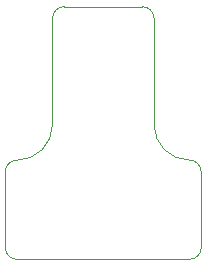
<source format=gbr>
G04 #@! TF.GenerationSoftware,KiCad,Pcbnew,(5.1.4)-1*
G04 #@! TF.CreationDate,2020-03-30T14:47:18-04:00*
G04 #@! TF.ProjectId,ProgAdapter,50726f67-4164-4617-9074-65722e6b6963,rev?*
G04 #@! TF.SameCoordinates,Original*
G04 #@! TF.FileFunction,Profile,NP*
%FSLAX46Y46*%
G04 Gerber Fmt 4.6, Leading zero omitted, Abs format (unit mm)*
G04 Created by KiCad (PCBNEW (5.1.4)-1) date 2020-03-30 14:47:18*
%MOMM*%
%LPD*%
G04 APERTURE LIST*
%ADD10C,0.050000*%
G04 APERTURE END LIST*
D10*
X107200000Y-100700000D02*
G75*
G02X106200000Y-99700000I0J1000000D01*
G01*
X107200000Y-92300000D02*
G75*
G03X106200000Y-93300000I0J-1000000D01*
G01*
X122800000Y-93300000D02*
G75*
G03X121800000Y-92300000I-1000000J0D01*
G01*
X117800000Y-79300000D02*
G75*
G02X118800000Y-80300000I0J-1000000D01*
G01*
X110200000Y-80300000D02*
G75*
G02X111200000Y-79300000I1000000J0D01*
G01*
X122800000Y-99700000D02*
G75*
G02X121800000Y-100700000I-1000000J0D01*
G01*
X122800000Y-93300000D02*
X122800000Y-99700000D01*
X118800000Y-89300000D02*
G75*
G03X121800000Y-92300000I3000000J0D01*
G01*
X118800000Y-80300000D02*
X118800000Y-89300000D01*
X107200000Y-92300000D02*
G75*
G03X110200000Y-89300000I0J3000000D01*
G01*
X106200000Y-93300000D02*
X106200000Y-99700000D01*
X110200000Y-80300000D02*
X110200000Y-89300000D01*
X111200000Y-79300000D02*
X117800000Y-79300000D01*
X107200000Y-100700000D02*
X121800000Y-100700000D01*
M02*

</source>
